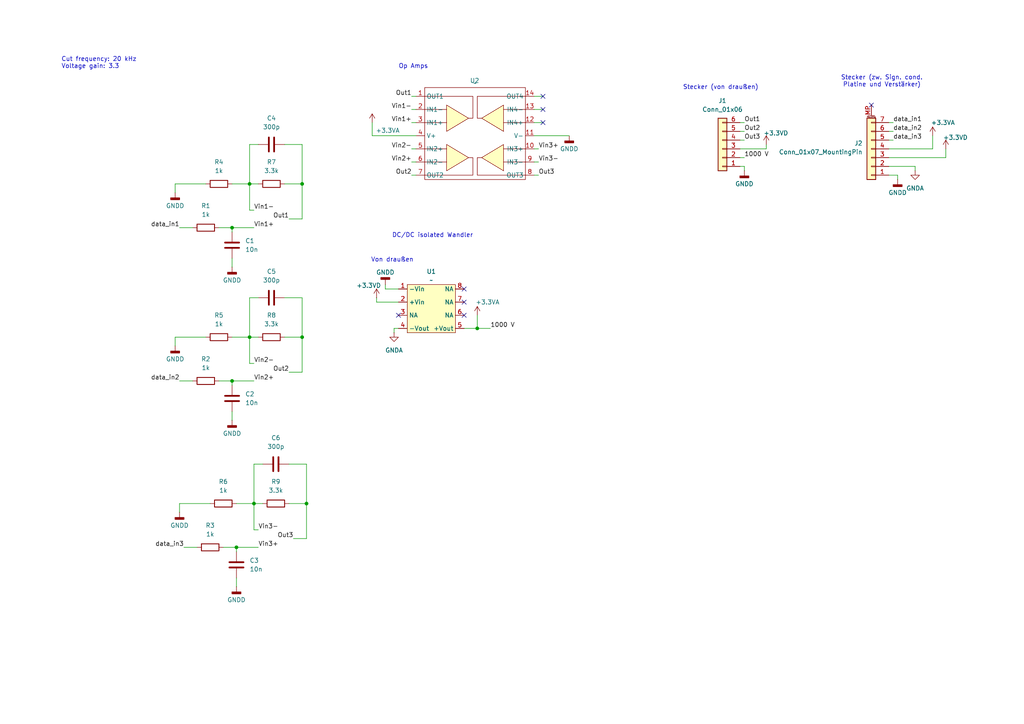
<source format=kicad_sch>
(kicad_sch (version 20231120) (generator "eeschema") (generator_version "8.0")
  (paper "A4")
  (lib_symbols
    (symbol "+3.3V_1" (power) (pin_numbers hide) (pin_names (offset 0) hide)
      (property "Value" "+3.3V" (at 0 3.556 0))
      (symbol "+3.3V_1_0_1"
        (polyline (pts (xy -0.762 1.27) (xy 0 2.54)))
        (polyline (pts (xy 0 0) (xy 0 2.54)))
        (polyline (pts (xy 0 2.54) (xy 0.762 1.27)))
      )
      (symbol "+3.3V_1_1_1"
        (pin power_in line (at 0 0 90) (length 0) (name "~") (number "1"))
      )
    )
    (symbol "Connector_Generic:Conn_01x06" (pin_names (offset 1.016) hide)
      (property "Reference" "J" (at 0 7.62 0))
      (property "Value" "Conn_01x06" (at 0 -10.16 0))
      (symbol "Conn_01x06_1_1"
        (rectangle (start -1.27 -7.493) (end 0 -7.747) (stroke (width 0.1524)))
        (rectangle (start -1.27 -4.953) (end 0 -5.207) (stroke (width 0.1524)))
        (rectangle (start -1.27 -2.413) (end 0 -2.667) (stroke (width 0.1524)))
        (rectangle (start -1.27 0.127) (end 0 -0.127) (stroke (width 0.1524)))
        (rectangle (start -1.27 2.667) (end 0 2.413) (stroke (width 0.1524)))
        (rectangle (start -1.27 5.207) (end 0 4.953) (stroke (width 0.1524)))
        (rectangle (start -1.27 6.35) (end 1.27 -8.89) (stroke (width 0.254)) (fill (type background)))
        (pin passive line (at -5.08 5.08 0) (length 3.81) (name "Pin_1") (number "1"))
        (pin passive line (at -5.08 2.54 0) (length 3.81) (name "Pin_2") (number "2"))
        (pin passive line (at -5.08 0 0) (length 3.81) (name "Pin_3") (number "3"))
        (pin passive line (at -5.08 -2.54 0) (length 3.81) (name "Pin_4") (number "4"))
        (pin passive line (at -5.08 -5.08 0) (length 3.81) (name "Pin_5") (number "5"))
        (pin passive line (at -5.08 -7.62 0) (length 3.81) (name "Pin_6") (number "6"))
      )
    )
    (symbol "Connector_Generic_MountingPin:Conn_01x07_MountingPin" (pin_names (offset 1.016) hide)
      (property "Reference" "J" (at 0 10.16 0))
      (property "Value" "Conn_01x07_MountingPin" (at 1.27 -10.16 0))
      (symbol "Conn_01x07_MountingPin_1_1"
        (rectangle (start -1.27 -7.493) (end 0 -7.747) (stroke (width 0.1524)))
        (rectangle (start -1.27 -4.953) (end 0 -5.207) (stroke (width 0.1524)))
        (rectangle (start -1.27 -2.413) (end 0 -2.667) (stroke (width 0.1524)))
        (rectangle (start -1.27 0.127) (end 0 -0.127) (stroke (width 0.1524)))
        (rectangle (start -1.27 2.667) (end 0 2.413) (stroke (width 0.1524)))
        (rectangle (start -1.27 5.207) (end 0 4.953) (stroke (width 0.1524)))
        (rectangle (start -1.27 7.747) (end 0 7.493) (stroke (width 0.1524)))
        (rectangle (start -1.27 8.89) (end 1.27 -8.89) (stroke (width 0.254)) (fill (type background)))
        (polyline (pts (xy -1.016 -9.652) (xy 1.016 -9.652)) (stroke (width 0.1524)))
        (text "Mounting" (at 0 -9.271 0) (effects (font (size 0.381 0.381))))
        (pin passive line (at -5.08 7.62 0) (length 3.81) (name "Pin_1") (number "1"))
        (pin passive line (at -5.08 5.08 0) (length 3.81) (name "Pin_2") (number "2"))
        (pin passive line (at -5.08 2.54 0) (length 3.81) (name "Pin_3") (number "3"))
        (pin passive line (at -5.08 0 0) (length 3.81) (name "Pin_4") (number "4"))
        (pin passive line (at -5.08 -2.54 0) (length 3.81) (name "Pin_5") (number "5"))
        (pin passive line (at -5.08 -5.08 0) (length 3.81) (name "Pin_6") (number "6"))
        (pin passive line (at -5.08 -7.62 0) (length 3.81) (name "Pin_7") (number "7"))
        (pin passive line (at 0 -12.7 90) (length 3.048) (name "MountPin") (number "MP"))
      )
    )
    (symbol "Device:C" (pin_numbers hide) (pin_names (offset 0.254))
      (property "Reference" "C" (at 0.635 2.54 0))
      (property "Value" "C" (at 0.635 -2.54 0))
      (symbol "C_0_1"
        (polyline (pts (xy -2.032 -0.762) (xy 2.032 -0.762)) (stroke (width 0.508)))
        (polyline (pts (xy -2.032 0.762) (xy 2.032 0.762)) (stroke (width 0.508)))
      )
      (symbol "C_1_1"
        (pin passive line (at 0 3.81 270) (length 2.794) (name "~") (number "1"))
        (pin passive line (at 0 -3.81 90) (length 2.794) (name "~") (number "2"))
      )
    )
    (symbol "Device:R" (pin_numbers hide) (pin_names (offset 0))
      (property "Reference" "R" (at 2.032 0 90))
      (property "Value" "R" (at 0 0 90))
      (symbol "R_0_1"
        (rectangle (start -1.016 -2.54) (end 1.016 2.54) (stroke (width 0.254)))
      )
      (symbol "R_1_1"
        (pin passive line (at 0 3.81 270) (length 1.27) (name "~") (number "1"))
        (pin passive line (at 0 -3.81 90) (length 1.27) (name "~") (number "2"))
      )
    )
    (symbol "NTE0303MC:NTE0303MC"
      (property "Reference" "U1" (at 0.635 2.54 0))
      (property "Value" "~" (at 0.635 0 0))
      (symbol "NTE0303MC_1_1"
        (rectangle (start -6.35 -1.27) (end 7.62 -15.24) (fill (type background)))
        (pin input line (at -8.89 -2.54 0) (length 2.54) (name "-Vin") (number "1"))
        (pin input line (at -8.89 -6.35 0) (length 2.54) (name "+Vin") (number "2"))
        (pin free line (at -8.89 -10.16 0) (length 2.54) (name "NA") (number "3"))
        (pin output line (at -8.89 -13.97 0) (length 2.54) (name "-Vout") (number "4"))
        (pin output line (at 10.16 -13.97 180) (length 2.54) (name "+Vout") (number "5"))
        (pin free line (at 10.16 -10.16 180) (length 2.54) (name "NA") (number "6"))
        (pin free line (at 10.16 -6.35 180) (length 2.54) (name "NA") (number "7"))
        (pin free line (at 10.16 -2.54 180) (length 2.54) (name "NA") (number "8"))
      )
    )
    (symbol "TLV9004:TLV900"
      (property "Reference" "U" (at 0 0.254 0))
      (symbol "TLV900_1_1"
        (polyline (pts (xy -13.97 -22.86) (xy -7.62 -22.86)))
        (polyline (pts (xy -13.97 -19.05) (xy -7.62 -19.05)))
        (polyline (pts (xy -13.97 -11.43) (xy -7.62 -11.43)))
        (polyline (pts (xy -13.97 -7.62) (xy -7.62 -7.62)))
        (polyline (pts (xy 15.24 -22.86) (xy 8.89 -22.86)))
        (polyline (pts (xy 15.24 -19.05) (xy 8.89 -19.05)))
        (polyline (pts (xy 15.24 -11.43) (xy 8.89 -11.43)))
        (polyline (pts (xy 15.24 -7.62) (xy 8.89 -7.62)))
        (polyline (pts (xy -13.97 -26.67) (xy 0 -26.67) (xy 0 -21.59) (xy -1.27 -21.59)))
        (polyline (pts (xy -7.62 -17.78) (xy -7.62 -25.4) (xy -1.27 -21.59) (xy -7.62 -17.78)) (fill (type color) (color 255 255 194 1)))
        (polyline (pts (xy -7.62 -6.35) (xy -7.62 -13.97) (xy -1.27 -10.16) (xy -7.62 -6.35)) (fill (type color) (color 255 255 194 1)))
        (polyline (pts (xy -1.27 -10.16) (xy 0 -10.16) (xy 0 -3.81) (xy -13.97 -3.81)))
        (polyline (pts (xy 2.54 -10.16) (xy 1.27 -10.16) (xy 1.27 -3.81) (xy 15.24 -3.81)))
        (polyline (pts (xy 8.89 -25.4) (xy 8.89 -17.78) (xy 2.54 -21.59) (xy 8.89 -25.4)) (fill (type color) (color 255 255 194 1)))
        (polyline (pts (xy 8.89 -13.97) (xy 8.89 -6.35) (xy 2.54 -10.16) (xy 8.89 -13.97)) (fill (type color) (color 255 255 194 1)))
        (polyline (pts (xy 15.24 -26.67) (xy 1.27 -26.67) (xy 1.27 -21.59) (xy 2.54 -21.59)))
        (polyline (pts (xy -13.97 -1.27) (xy -13.97 -27.94) (xy 15.24 -27.94) (xy 15.24 -1.27) (xy -13.97 -1.27)))
        (pin output line (at -16.51 -3.81 0) (length 2.54) (name "OUT1") (number "1"))
        (pin input line (at 17.78 -19.05 180) (length 2.54) (name "IN3+") (number "10"))
        (pin input line (at 17.78 -15.24 180) (length 2.54) (name "V-") (number "11"))
        (pin input line (at 17.78 -11.43 180) (length 2.54) (name "IN4+") (number "12"))
        (pin input line (at 17.78 -7.62 180) (length 2.54) (name "IN4-") (number "13"))
        (pin output line (at 17.78 -3.81 180) (length 2.54) (name "OUT4") (number "14"))
        (pin input line (at -16.51 -7.62 0) (length 2.54) (name "IN1-") (number "2"))
        (pin input line (at -16.51 -11.43 0) (length 2.54) (name "IN1+") (number "3"))
        (pin input line (at -16.51 -15.24 0) (length 2.54) (name "V+") (number "4"))
        (pin input line (at -16.51 -19.05 0) (length 2.54) (name "IN2+") (number "5"))
        (pin input line (at -16.51 -22.86 0) (length 2.54) (name "IN2-") (number "6"))
        (pin output line (at -16.51 -26.67 0) (length 2.54) (name "OUT2") (number "7"))
        (pin output line (at 17.78 -26.67 180) (length 2.54) (name "OUT3") (number "8"))
        (pin input line (at 17.78 -22.86 180) (length 2.54) (name "IN3-") (number "9"))
      )
    )
    (symbol "power:+3.3V" (power) (pin_names (offset 0))
      (property "Value" "+3.3V" (at 0 3.556 0))
      (symbol "+3.3V_0_1"
        (polyline (pts (xy -0.762 1.27) (xy 0 2.54)))
        (polyline (pts (xy 0 0) (xy 0 2.54)))
        (polyline (pts (xy 0 2.54) (xy 0.762 1.27)))
      )
      (symbol "+3.3V_1_1"
        (pin power_in line (at 0 0 90) (length 0) hide (name "+3.3V") (number "1"))
      )
    )
    (symbol "power:GNDA" (power) (pin_numbers hide) (pin_names (offset 0) hide)
      (property "Value" "GNDA" (at 0 -3.81 0))
      (symbol "GNDA_0_1"
        (polyline (pts (xy 0 0) (xy 0 -1.27) (xy 1.27 -1.27) (xy 0 -2.54) (xy -1.27 -1.27) (xy 0 -1.27)))
      )
      (symbol "GNDA_1_1"
        (pin power_in line (at 0 0 270) (length 0) (name "~") (number "1"))
      )
    )
    (symbol "power:GNDD" (power) (pin_numbers hide) (pin_names (offset 0) hide)
      (property "Value" "GNDD" (at 0 -3.175 0))
      (symbol "GNDD_0_1"
        (rectangle (start -1.27 -1.524) (end 1.27 -2.032) (stroke (width 0.254)) (fill (type outline)))
        (polyline (pts (xy 0 0) (xy 0 -1.524)))
      )
      (symbol "GNDD_1_1"
        (pin power_in line (at 0 0 270) (length 0) (name "~") (number "1"))
      )
    )
  )
  (junction (at 67.31 66.04))
  (junction (at 67.31 110.49))
  (junction (at 72.39 53.34))
  (junction (at 88.9 146.05))
  (junction (at 87.63 97.79))
  (junction (at 72.39 97.79))
  (junction (at 138.43 95.25))
  (junction (at 68.58 158.75))
  (junction (at 73.66 146.05))
  (junction (at 87.63 53.34))
  (no_connect (at 115.57 91.44))
  (no_connect (at 157.48 35.56))
  (no_connect (at 252.73 30.48))
  (no_connect (at 134.62 83.82))
  (no_connect (at 134.62 87.63))
  (no_connect (at 157.48 27.94))
  (no_connect (at 157.48 31.75))
  (no_connect (at 134.62 91.44))
  (wire (pts (xy 73.66 146.05) (xy 76.2 146.05)))
  (wire (pts (xy 87.63 86.36) (xy 87.63 97.79)))
  (wire (pts (xy 222.25 41.91) (xy 222.25 43.18)))
  (wire (pts (xy 138.43 95.25) (xy 134.62 95.25)))
  (wire (pts (xy 154.94 46.99) (xy 156.21 46.99)))
  (wire (pts (xy 88.9 134.62) (xy 88.9 146.05)))
  (wire (pts (xy 88.9 156.21) (xy 88.9 146.05)))
  (wire (pts (xy 87.63 41.91) (xy 87.63 53.34)))
  (wire (pts (xy 85.09 156.21) (xy 88.9 156.21)))
  (wire (pts (xy 67.31 66.04) (xy 67.31 67.31)))
  (wire (pts (xy 119.38 50.8) (xy 120.65 50.8)))
  (wire (pts (xy 72.39 97.79) (xy 72.39 105.41)))
  (wire (pts (xy 52.07 66.04) (xy 55.88 66.04)))
  (wire (pts (xy 257.81 38.1) (xy 259.08 38.1)))
  (wire (pts (xy 214.63 43.18) (xy 222.25 43.18)))
  (wire (pts (xy 87.63 97.79) (xy 82.55 97.79)))
  (wire (pts (xy 214.63 48.26) (xy 215.9 48.26)))
  (wire (pts (xy 109.22 87.63) (xy 109.22 86.36)))
  (wire (pts (xy 52.07 146.05) (xy 60.96 146.05)))
  (wire (pts (xy 72.39 105.41) (xy 73.66 105.41)))
  (wire (pts (xy 214.63 35.56) (xy 215.9 35.56)))
  (wire (pts (xy 72.39 60.96) (xy 73.66 60.96)))
  (wire (pts (xy 107.95 35.56) (xy 107.95 39.37)))
  (wire (pts (xy 72.39 41.91) (xy 72.39 53.34)))
  (wire (pts (xy 74.93 86.36) (xy 72.39 86.36)))
  (wire (pts (xy 72.39 86.36) (xy 72.39 97.79)))
  (wire (pts (xy 67.31 53.34) (xy 72.39 53.34)))
  (wire (pts (xy 52.07 148.59) (xy 52.07 146.05)))
  (wire (pts (xy 154.94 39.37) (xy 165.1 39.37)))
  (wire (pts (xy 114.3 95.25) (xy 115.57 95.25)))
  (wire (pts (xy 138.43 95.25) (xy 142.24 95.25)))
  (wire (pts (xy 111.76 83.82) (xy 111.76 82.55)))
  (wire (pts (xy 72.39 53.34) (xy 72.39 60.96)))
  (wire (pts (xy 67.31 97.79) (xy 72.39 97.79)))
  (wire (pts (xy 154.94 31.75) (xy 157.48 31.75)))
  (wire (pts (xy 73.66 134.62) (xy 73.66 146.05)))
  (wire (pts (xy 119.38 35.56) (xy 120.65 35.56)))
  (wire (pts (xy 68.58 158.75) (xy 74.93 158.75)))
  (wire (pts (xy 63.5 110.49) (xy 67.31 110.49)))
  (wire (pts (xy 107.95 39.37) (xy 120.65 39.37)))
  (wire (pts (xy 50.8 55.88) (xy 50.8 53.34)))
  (wire (pts (xy 265.43 48.26) (xy 265.43 49.53)))
  (wire (pts (xy 138.43 91.44) (xy 138.43 95.25)))
  (wire (pts (xy 67.31 66.04) (xy 73.66 66.04)))
  (wire (pts (xy 52.07 110.49) (xy 55.88 110.49)))
  (wire (pts (xy 53.34 158.75) (xy 57.15 158.75)))
  (wire (pts (xy 257.81 48.26) (xy 265.43 48.26)))
  (wire (pts (xy 50.8 100.33) (xy 50.8 97.79)))
  (wire (pts (xy 63.5 66.04) (xy 67.31 66.04)))
  (wire (pts (xy 68.58 146.05) (xy 73.66 146.05)))
  (wire (pts (xy 257.81 35.56) (xy 259.08 35.56)))
  (wire (pts (xy 119.38 43.18) (xy 120.65 43.18)))
  (wire (pts (xy 154.94 43.18) (xy 156.21 43.18)))
  (wire (pts (xy 82.55 86.36) (xy 87.63 86.36)))
  (wire (pts (xy 83.82 107.95) (xy 87.63 107.95)))
  (wire (pts (xy 67.31 74.93) (xy 67.31 77.47)))
  (wire (pts (xy 119.38 31.75) (xy 120.65 31.75)))
  (wire (pts (xy 68.58 167.64) (xy 68.58 170.18)))
  (wire (pts (xy 119.38 27.94) (xy 120.65 27.94)))
  (wire (pts (xy 74.93 41.91) (xy 72.39 41.91)))
  (wire (pts (xy 73.66 153.67) (xy 74.93 153.67)))
  (wire (pts (xy 154.94 27.94) (xy 157.48 27.94)))
  (wire (pts (xy 67.31 110.49) (xy 67.31 111.76)))
  (wire (pts (xy 50.8 53.34) (xy 59.69 53.34)))
  (wire (pts (xy 154.94 35.56) (xy 157.48 35.56)))
  (wire (pts (xy 67.31 110.49) (xy 73.66 110.49)))
  (wire (pts (xy 87.63 107.95) (xy 87.63 97.79)))
  (wire (pts (xy 215.9 48.26) (xy 215.9 49.53)))
  (wire (pts (xy 257.81 43.18) (xy 270.51 43.18)))
  (wire (pts (xy 64.77 158.75) (xy 68.58 158.75)))
  (wire (pts (xy 274.32 43.18) (xy 274.32 45.72)))
  (wire (pts (xy 257.81 40.64) (xy 259.08 40.64)))
  (wire (pts (xy 87.63 53.34) (xy 82.55 53.34)))
  (wire (pts (xy 68.58 158.75) (xy 68.58 160.02)))
  (wire (pts (xy 115.57 87.63) (xy 109.22 87.63)))
  (wire (pts (xy 83.82 63.5) (xy 87.63 63.5)))
  (wire (pts (xy 257.81 50.8) (xy 260.35 50.8)))
  (wire (pts (xy 115.57 83.82) (xy 111.76 83.82)))
  (wire (pts (xy 87.63 63.5) (xy 87.63 53.34)))
  (wire (pts (xy 214.63 38.1) (xy 215.9 38.1)))
  (wire (pts (xy 72.39 97.79) (xy 74.93 97.79)))
  (wire (pts (xy 257.81 45.72) (xy 274.32 45.72)))
  (wire (pts (xy 83.82 134.62) (xy 88.9 134.62)))
  (wire (pts (xy 214.63 45.72) (xy 215.9 45.72)))
  (wire (pts (xy 88.9 146.05) (xy 83.82 146.05)))
  (wire (pts (xy 73.66 146.05) (xy 73.66 153.67)))
  (wire (pts (xy 72.39 53.34) (xy 74.93 53.34)))
  (wire (pts (xy 114.3 96.52) (xy 114.3 95.25)))
  (wire (pts (xy 214.63 40.64) (xy 215.9 40.64)))
  (wire (pts (xy 50.8 97.79) (xy 59.69 97.79)))
  (wire (pts (xy 82.55 41.91) (xy 87.63 41.91)))
  (wire (pts (xy 270.51 43.18) (xy 270.51 39.37)))
  (wire (pts (xy 154.94 50.8) (xy 156.21 50.8)))
  (wire (pts (xy 119.38 46.99) (xy 120.65 46.99)))
  (wire (pts (xy 260.35 52.07) (xy 260.35 50.8)))
  (wire (pts (xy 76.2 134.62) (xy 73.66 134.62)))
  (wire (pts (xy 67.31 119.38) (xy 67.31 121.92)))
  (text "Von draußen" (at 113.792 75.438 0) (effects (font (size 1.27 1.27))))
  (text "Cut frequency: 20 kHz\nVoltage gain: 3.3" (at 17.78 18.288 0) (effects (font (size 1.27 1.27)) (justify left)))
  (text "DC/DC isolated Wandler" (at 125.476 68.326 0) (effects (font (size 1.27 1.27))))
  (text "Op Amps\n" (at 119.888 19.304 0) (effects (font (size 1.27 1.27))))
  (text "Stecker (zw. Sign. cond.\nPlatine und Verstärker)" (at 255.778 23.622 0) (effects (font (size 1.27 1.27))))
  (text "Stecker (von draußen)" (at 209.042 25.4 0) (effects (font (size 1.27 1.27))))
  (label "data_in3" (at 53.34 158.75 180))
  (label "Vin3+" (at 156.21 43.18 0))
  (label "Vin3-" (at 74.93 153.67 0))
  (label "Vin1-" (at 119.38 31.75 180))
  (label "Out3" (at 85.09 156.21 180))
  (label "Vin1-" (at 73.66 60.96 0))
  (label "data_in2" (at 259.08 38.1 0))
  (label "Out2" (at 119.38 50.8 180))
  (label "Out2" (at 83.82 107.95 180))
  (label "Vin3-" (at 156.21 46.99 0))
  (label "Vin2-" (at 73.66 105.41 0))
  (label "Vin2+" (at 119.38 46.99 180))
  (label "data_in1" (at 259.08 35.56 0))
  (label "data_in1" (at 52.07 66.04 180))
  (label "data_in3" (at 259.08 40.64 0))
  (label "Vin1+" (at 73.66 66.04 0))
  (label "Vin2+" (at 73.66 110.49 0))
  (label "data_in2" (at 52.07 110.49 180))
  (label "Vin2-" (at 119.38 43.18 180))
  (label "Out1" (at 83.82 63.5 180))
  (label "Vin1+" (at 119.38 35.56 180))
  (label "1000 V" (at 215.9 45.72 0))
  (label "Vin3+" (at 74.93 158.75 0))
  (label "Out2" (at 215.9 38.1 0))
  (label "Out1" (at 215.9 35.56 0))
  (label "Out1" (at 119.38 27.94 180))
  (label "1000 V" (at 142.24 95.25 0))
  (label "Out3" (at 215.9 40.64 0))
  (label "Out3" (at 156.21 50.8 0))
  (symbol (lib_name "+3.3V_1") (lib_id "power:+3.3V") (at 222.25 41.91 0) (unit 1)
    (property "Reference" "#PWR010" (effects (hide yes)))
    (property "Value" "+3.3VD" (at 225.044 38.608 0))
    (property "Description" "Power symbol creates a global label with name \"+3.3V\"" (effects (hide yes)))
  )
  (symbol (lib_id "Device:C") (at 68.58 163.83 0) (unit 1)
    (property "Reference" "C3" (at 72.39 162.5599 0) (effects (justify left)))
    (property "Value" "10n" (at 72.39 165.0999 0) (effects (justify left)))
    (property "Footprint" "Capacitor_SMD:C_0201_0603Metric_Pad0.64x0.40mm_HandSolder" (effects (hide yes)))
    (property "Description" "Unpolarized capacitor" (effects (hide yes)))
  )
  (symbol (lib_id "Device:R") (at 59.69 110.49 90) (unit 1)
    (property "Reference" "R2" (at 59.69 104.14 90))
    (property "Value" "1k" (at 59.69 106.68 90))
    (property "Footprint" "Resistor_SMD:R_0201_0603Metric_Pad0.64x0.40mm_HandSolder" (effects (hide yes)))
    (property "Description" "Resistor" (effects (hide yes)))
  )
  (symbol (lib_name "+3.3V_1") (lib_id "power:+3.3V") (at 274.32 43.18 0) (unit 1)
    (property "Reference" "#PWR05" (effects (hide yes)))
    (property "Value" "+3.3VD" (at 277.114 39.878 0))
    (property "Description" "Power symbol creates a global label with name \"+3.3V\"" (effects (hide yes)))
  )
  (symbol (lib_id "power:GNDD") (at 165.1 39.37 0) (unit 1)
    (property "Reference" "#PWR0108" (effects (hide yes)))
    (property "Value" "GNDD" (at 165.1 43.18 0))
    (property "Description" "Power symbol creates a global label with name \"GNDD\" , digital ground" (effects (hide yes)))
  )
  (symbol (lib_id "power:GNDA") (at 114.3 96.52 0) (unit 1)
    (property "Reference" "#PWR09" (effects (hide yes)))
    (property "Value" "GNDA" (at 114.3 101.6 0))
    (property "Description" "Power symbol creates a global label with name \"GNDA\" , analog ground" (effects (hide yes)))
  )
  (symbol (lib_id "Device:C") (at 67.31 71.12 0) (unit 1)
    (property "Reference" "C1" (at 71.12 69.8499 0) (effects (justify left)))
    (property "Value" "10n" (at 71.12 72.3899 0) (effects (justify left)))
    (property "Footprint" "Capacitor_SMD:C_0201_0603Metric_Pad0.64x0.40mm_HandSolder" (effects (hide yes)))
    (property "Description" "Unpolarized capacitor" (effects (hide yes)))
  )
  (symbol (lib_name "+3.3V_1") (lib_id "power:+3.3V") (at 109.22 86.36 0) (unit 1)
    (property "Reference" "#PWR01" (effects (hide yes)))
    (property "Value" "+3.3VD" (at 106.934 82.804 0))
    (property "Description" "Power symbol creates a global label with name \"+3.3V\"" (effects (hide yes)))
  )
  (symbol (lib_id "Connector_Generic_MountingPin:Conn_01x07_MountingPin") (at 252.73 43.18 180) (unit 1)
    (property "Reference" "J2" (at 250.19 41.5543 0) (effects (justify left)))
    (property "Value" "Conn_01x07_MountingPin" (at 250.19 44.0943 0) (effects (justify left)))
    (property "Footprint" "Connector_JST:JST_GH_BM07B-GHS-TBT_1x07-1MP_P1.25mm_Vertical" (effects (hide yes)))
    (property "Description" "Generic connectable mounting pin connector, single row, 01x07, script generated (kicad-library-utils/schlib/autogen/connector/)" (effects (hide yes)))
  )
  (symbol (lib_id "Device:R") (at 60.96 158.75 90) (unit 1)
    (property "Reference" "R3" (at 60.96 152.4 90))
    (property "Value" "1k" (at 60.96 154.94 90))
    (property "Footprint" "Resistor_SMD:R_0201_0603Metric_Pad0.64x0.40mm_HandSolder" (effects (hide yes)))
    (property "Description" "Resistor" (effects (hide yes)))
  )
  (symbol (lib_id "power:GNDD") (at 50.8 55.88 0) (unit 1)
    (property "Reference" "#PWR0104" (effects (hide yes)))
    (property "Value" "GNDD" (at 50.8 59.69 0))
    (property "Description" "Power symbol creates a global label with name \"GNDD\" , digital ground" (effects (hide yes)))
  )
  (symbol (lib_id "power:GNDD") (at 111.76 82.55 180) (unit 1)
    (property "Reference" "#PWR07" (effects (hide yes)))
    (property "Value" "GNDD" (at 111.76 78.994 0))
    (property "Description" "Power symbol creates a global label with name \"GNDD\" , digital ground" (effects (hide yes)))
  )
  (symbol (lib_id "Device:R") (at 59.69 66.04 90) (unit 1)
    (property "Reference" "R1" (at 59.69 59.69 90))
    (property "Value" "1k" (at 59.69 62.23 90))
    (property "Footprint" "Resistor_SMD:R_0201_0603Metric_Pad0.64x0.40mm_HandSolder" (effects (hide yes)))
    (property "Description" "Resistor" (effects (hide yes)))
  )
  (symbol (lib_id "Device:C") (at 80.01 134.62 90) (unit 1)
    (property "Reference" "C6" (at 80.01 127 90))
    (property "Value" "300p" (at 80.01 129.54 90))
    (property "Footprint" "Capacitor_SMD:C_0201_0603Metric_Pad0.64x0.40mm_HandSolder" (effects (hide yes)))
    (property "Description" "Unpolarized capacitor" (effects (hide yes)))
  )
  (symbol (lib_id "power:+3.3V") (at 270.51 39.37 0) (unit 1)
    (property "Reference" "#PWR03" (effects (hide yes)))
    (property "Value" "+3.3VA" (at 270.002 35.56 0) (effects (justify left)))
  )
  (symbol (lib_id "Device:C") (at 78.74 86.36 90) (unit 1)
    (property "Reference" "C5" (at 78.74 78.74 90))
    (property "Value" "300p" (at 78.74 81.28 90))
    (property "Footprint" "Capacitor_SMD:C_0201_0603Metric_Pad0.64x0.40mm_HandSolder" (effects (hide yes)))
    (property "Description" "Unpolarized capacitor" (effects (hide yes)))
  )
  (symbol (lib_id "power:GNDD") (at 68.58 170.18 0) (unit 1)
    (property "Reference" "#PWR0103" (effects (hide yes)))
    (property "Value" "GNDD" (at 68.58 173.99 0))
    (property "Description" "Power symbol creates a global label with name \"GNDD\" , digital ground" (effects (hide yes)))
  )
  (symbol (lib_id "power:GNDD") (at 50.8 100.33 0) (unit 1)
    (property "Reference" "#PWR0105" (effects (hide yes)))
    (property "Value" "GNDD" (at 50.8 104.14 0))
    (property "Description" "Power symbol creates a global label with name \"GNDD\" , digital ground" (effects (hide yes)))
  )
  (symbol (lib_id "Device:R") (at 64.77 146.05 270) (unit 1)
    (property "Reference" "R6" (at 64.77 139.7 90))
    (property "Value" "1k" (at 64.77 142.24 90))
    (property "Footprint" "Resistor_SMD:R_0201_0603Metric_Pad0.64x0.40mm_HandSolder" (effects (hide yes)))
    (property "Description" "Resistor" (effects (hide yes)))
  )
  (symbol (lib_id "Device:R") (at 78.74 97.79 90) (unit 1)
    (property "Reference" "R8" (at 78.74 91.44 90))
    (property "Value" "3.3k" (at 78.74 93.98 90))
    (property "Footprint" "Resistor_SMD:R_0201_0603Metric_Pad0.64x0.40mm_HandSolder" (effects (hide yes)))
    (property "Description" "Resistor" (effects (hide yes)))
  )
  (symbol (lib_id "power:GNDD") (at 67.31 77.47 0) (unit 1)
    (property "Reference" "#PWR0106" (effects (hide yes)))
    (property "Value" "GNDD" (at 67.31 81.28 0))
    (property "Description" "Power symbol creates a global label with name \"GNDD\" , digital ground" (effects (hide yes)))
  )
  (symbol (lib_id "Device:R") (at 63.5 53.34 270) (unit 1)
    (property "Reference" "R4" (at 63.5 46.99 90))
    (property "Value" "1k" (at 63.5 49.53 90))
    (property "Footprint" "Resistor_SMD:R_0201_0603Metric_Pad0.64x0.40mm_HandSolder" (effects (hide yes)))
    (property "Description" "Resistor" (effects (hide yes)))
  )
  (symbol (lib_id "power:GNDD") (at 260.35 52.07 0) (unit 1)
    (property "Reference" "#PWR04" (effects (hide yes)))
    (property "Value" "GNDD" (at 260.35 55.88 0))
    (property "Description" "Power symbol creates a global label with name \"GNDD\" , digital ground" (effects (hide yes)))
  )
  (symbol (lib_id "NTE0303MC:NTE0303MC") (at 124.46 81.28 0) (unit 1)
    (property "Reference" "U1" (at 125.095 78.74 0))
    (property "Value" "~" (at 125.095 81.28 0))
    (property "Footprint" "Package_DIP:SMDIP-8_W9.53mm" (effects (hide yes)))
  )
  (symbol (lib_id "power:+3.3V") (at 138.43 91.44 0) (unit 1)
    (property "Reference" "#PWR08" (effects (hide yes)))
    (property "Value" "+3.3VA" (at 137.922 87.63 0) (effects (justify left)))
  )
  (symbol (lib_id "power:GNDA") (at 265.43 49.53 0) (unit 1)
    (property "Reference" "#PWR06" (effects (hide yes)))
    (property "Value" "GNDA" (at 265.43 54.61 0))
    (property "Description" "Power symbol creates a global label with name \"GNDA\" , analog ground" (effects (hide yes)))
  )
  (symbol (lib_id "power:GNDD") (at 215.9 49.53 0) (unit 1)
    (property "Reference" "#PWR02" (effects (hide yes)))
    (property "Value" "GNDD" (at 215.9 53.34 0))
    (property "Description" "Power symbol creates a global label with name \"GNDD\" , digital ground" (effects (hide yes)))
  )
  (symbol (lib_id "Device:R") (at 80.01 146.05 90) (unit 1)
    (property "Reference" "R9" (at 80.01 139.7 90))
    (property "Value" "3.3k" (at 80.01 142.24 90))
    (property "Footprint" "Resistor_SMD:R_0201_0603Metric_Pad0.64x0.40mm_HandSolder" (effects (hide yes)))
    (property "Description" "Resistor" (effects (hide yes)))
  )
  (symbol (lib_id "TLV9004:TLV900") (at 137.16 24.13 0) (unit 1)
    (property "Reference" "U2" (at 137.668 23.368 0))
    (property "Value" "~" (at 137.795 24.13 0))
    (property "Footprint" "Package_SO:SOIC-14_3.9x8.7mm_P1.27mm" (effects (hide yes)))
  )
  (symbol (lib_id "Device:C") (at 67.31 115.57 0) (unit 1)
    (property "Reference" "C2" (at 71.12 114.2999 0) (effects (justify left)))
    (property "Value" "10n" (at 71.12 116.8399 0) (effects (justify left)))
    (property "Footprint" "Capacitor_SMD:C_0201_0603Metric_Pad0.64x0.40mm_HandSolder" (effects (hide yes)))
    (property "Description" "Unpolarized capacitor" (effects (hide yes)))
  )
  (symbol (lib_id "power:+3.3V") (at 107.95 35.56 0) (unit 1)
    (property "Reference" "#PWR0107" (effects (hide yes)))
    (property "Value" "+3.3VA" (at 108.966 37.846 0) (effects (justify left)))
  )
  (symbol (lib_id "Device:C") (at 78.74 41.91 90) (unit 1)
    (property "Reference" "C4" (at 78.74 34.29 90))
    (property "Value" "300p" (at 78.74 36.83 90))
    (property "Footprint" "Capacitor_SMD:C_0201_0603Metric_Pad0.64x0.40mm_HandSolder" (effects (hide yes)))
    (property "Description" "Unpolarized capacitor" (effects (hide yes)))
  )
  (symbol (lib_id "Connector_Generic:Conn_01x06") (at 209.55 43.18 180) (unit 1)
    (property "Reference" "J1" (at 209.55 29.21 0))
    (property "Value" "Conn_01x06" (at 209.55 31.75 0))
    (property "Footprint" "Connector_JST:JST_EH_B6B-EH-A_1x06_P2.50mm_Vertical" (effects (hide yes)))
    (property "Description" "Generic connector, single row, 01x06, script generated (kicad-library-utils/schlib/autogen/connector/)" (effects (hide yes)))
  )
  (symbol (lib_id "power:GNDD") (at 52.07 148.59 0) (unit 1)
    (property "Reference" "#PWR0102" (effects (hide yes)))
    (property "Value" "GNDD" (at 52.07 152.4 0))
    (property "Description" "Power symbol creates a global label with name \"GNDD\" , digital ground" (effects (hide yes)))
  )
  (symbol (lib_id "power:GNDD") (at 67.31 121.92 0) (unit 1)
    (property "Reference" "#PWR0101" (effects (hide yes)))
    (property "Value" "GNDD" (at 67.31 125.73 0))
    (property "Description" "Power symbol creates a global label with name \"GNDD\" , digital ground" (effects (hide yes)))
  )
  (symbol (lib_id "Device:R") (at 78.74 53.34 90) (unit 1)
    (property "Reference" "R7" (at 78.74 46.99 90))
    (property "Value" "3.3k" (at 78.74 49.53 90))
    (property "Footprint" "Resistor_SMD:R_0201_0603Metric_Pad0.64x0.40mm_HandSolder" (effects (hide yes)))
    (property "Description" "Resistor" (effects (hide yes)))
  )
  (symbol (lib_id "Device:R") (at 63.5 97.79 270) (unit 1)
    (property "Reference" "R5" (at 63.5 91.44 90))
    (property "Value" "1k" (at 63.5 93.98 90))
    (property "Footprint" "Resistor_SMD:R_0201_0603Metric_Pad0.64x0.40mm_HandSolder" (effects (hide yes)))
    (property "Description" "Resistor" (effects (hide yes)))
  )
)
</source>
